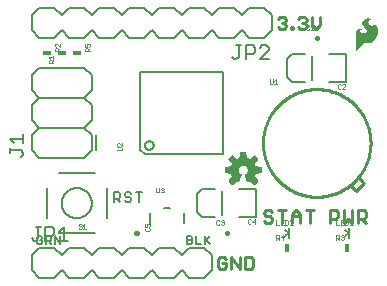
<source format=gbr>
G04 EAGLE Gerber RS-274X export*
G75*
%MOMM*%
%FSLAX34Y34*%
%LPD*%
%INSilkscreen Top*%
%IPPOS*%
%AMOC8*
5,1,8,0,0,1.08239X$1,22.5*%
G01*
%ADD10C,0.228600*%
%ADD11C,0.177800*%
%ADD12C,0.152400*%
%ADD13C,0.254000*%
%ADD14C,0.025400*%
%ADD15C,0.203200*%
%ADD16C,0.127000*%
%ADD17C,0.406400*%
%ADD18R,0.406400X0.711200*%
%ADD19R,0.711200X0.406400*%

G36*
X188390Y78886D02*
X188390Y78886D01*
X188498Y78896D01*
X188511Y78902D01*
X188525Y78904D01*
X188622Y78952D01*
X188721Y78997D01*
X188734Y79008D01*
X188743Y79012D01*
X188758Y79028D01*
X188835Y79090D01*
X191420Y81675D01*
X191483Y81764D01*
X191549Y81849D01*
X191554Y81862D01*
X191562Y81874D01*
X191593Y81977D01*
X191629Y82080D01*
X191629Y82094D01*
X191633Y82107D01*
X191629Y82215D01*
X191630Y82324D01*
X191625Y82337D01*
X191625Y82351D01*
X191587Y82453D01*
X191552Y82555D01*
X191543Y82570D01*
X191539Y82579D01*
X191525Y82596D01*
X191471Y82678D01*
X188707Y86068D01*
X189264Y87150D01*
X189270Y87170D01*
X189312Y87265D01*
X189683Y88424D01*
X194034Y88867D01*
X194138Y88895D01*
X194244Y88920D01*
X194256Y88927D01*
X194269Y88930D01*
X194359Y88991D01*
X194452Y89048D01*
X194460Y89059D01*
X194472Y89067D01*
X194538Y89153D01*
X194607Y89237D01*
X194611Y89250D01*
X194620Y89261D01*
X194654Y89364D01*
X194693Y89465D01*
X194694Y89483D01*
X194698Y89492D01*
X194698Y89514D01*
X194707Y89612D01*
X194707Y93268D01*
X194690Y93375D01*
X194676Y93483D01*
X194670Y93495D01*
X194668Y93509D01*
X194616Y93605D01*
X194569Y93702D01*
X194559Y93712D01*
X194553Y93724D01*
X194473Y93798D01*
X194397Y93875D01*
X194385Y93881D01*
X194375Y93891D01*
X194276Y93936D01*
X194179Y93984D01*
X194161Y93988D01*
X194152Y93992D01*
X194131Y93994D01*
X194034Y94013D01*
X189683Y94456D01*
X189312Y95615D01*
X189303Y95632D01*
X189301Y95640D01*
X189297Y95647D01*
X189264Y95730D01*
X188707Y96812D01*
X191471Y100202D01*
X191525Y100296D01*
X191582Y100388D01*
X191585Y100401D01*
X191592Y100413D01*
X191613Y100520D01*
X191638Y100625D01*
X191636Y100639D01*
X191639Y100653D01*
X191624Y100760D01*
X191614Y100868D01*
X191608Y100881D01*
X191606Y100895D01*
X191558Y100992D01*
X191513Y101091D01*
X191502Y101104D01*
X191498Y101113D01*
X191482Y101128D01*
X191420Y101205D01*
X188835Y103790D01*
X188746Y103853D01*
X188661Y103919D01*
X188648Y103924D01*
X188636Y103932D01*
X188533Y103963D01*
X188430Y103999D01*
X188416Y103999D01*
X188403Y104003D01*
X188295Y103999D01*
X188186Y104000D01*
X188173Y103995D01*
X188159Y103995D01*
X188057Y103957D01*
X187955Y103922D01*
X187940Y103913D01*
X187931Y103909D01*
X187914Y103895D01*
X187832Y103841D01*
X184442Y101077D01*
X183360Y101634D01*
X183340Y101640D01*
X183245Y101682D01*
X182086Y102053D01*
X181643Y106404D01*
X181615Y106508D01*
X181590Y106614D01*
X181583Y106626D01*
X181580Y106639D01*
X181519Y106729D01*
X181462Y106822D01*
X181451Y106830D01*
X181443Y106842D01*
X181357Y106908D01*
X181273Y106977D01*
X181260Y106981D01*
X181249Y106990D01*
X181146Y107024D01*
X181045Y107063D01*
X181027Y107064D01*
X181018Y107068D01*
X180996Y107068D01*
X180898Y107077D01*
X177242Y107077D01*
X177135Y107060D01*
X177027Y107046D01*
X177015Y107040D01*
X177001Y107038D01*
X176905Y106986D01*
X176808Y106939D01*
X176798Y106929D01*
X176786Y106923D01*
X176712Y106843D01*
X176635Y106767D01*
X176629Y106755D01*
X176619Y106745D01*
X176574Y106646D01*
X176526Y106549D01*
X176522Y106531D01*
X176518Y106522D01*
X176516Y106501D01*
X176497Y106404D01*
X176054Y102053D01*
X174895Y101682D01*
X174877Y101672D01*
X174780Y101634D01*
X173698Y101077D01*
X170308Y103841D01*
X170214Y103895D01*
X170122Y103952D01*
X170109Y103955D01*
X170097Y103962D01*
X169990Y103983D01*
X169885Y104008D01*
X169871Y104006D01*
X169857Y104009D01*
X169750Y103994D01*
X169642Y103984D01*
X169629Y103978D01*
X169616Y103976D01*
X169518Y103928D01*
X169419Y103883D01*
X169406Y103872D01*
X169397Y103868D01*
X169382Y103852D01*
X169305Y103790D01*
X166720Y101205D01*
X166657Y101116D01*
X166591Y101031D01*
X166586Y101018D01*
X166578Y101006D01*
X166547Y100903D01*
X166511Y100800D01*
X166511Y100786D01*
X166507Y100773D01*
X166511Y100665D01*
X166510Y100556D01*
X166515Y100543D01*
X166515Y100529D01*
X166553Y100427D01*
X166588Y100325D01*
X166597Y100310D01*
X166601Y100301D01*
X166615Y100284D01*
X166669Y100202D01*
X169433Y96812D01*
X168876Y95730D01*
X168870Y95710D01*
X168828Y95615D01*
X168457Y94456D01*
X164106Y94013D01*
X164002Y93985D01*
X163896Y93960D01*
X163884Y93953D01*
X163871Y93950D01*
X163781Y93889D01*
X163688Y93832D01*
X163680Y93821D01*
X163668Y93813D01*
X163602Y93727D01*
X163534Y93643D01*
X163529Y93630D01*
X163520Y93619D01*
X163486Y93516D01*
X163447Y93415D01*
X163446Y93397D01*
X163442Y93388D01*
X163443Y93366D01*
X163433Y93268D01*
X163433Y89612D01*
X163450Y89505D01*
X163464Y89397D01*
X163470Y89385D01*
X163472Y89371D01*
X163524Y89275D01*
X163571Y89178D01*
X163581Y89168D01*
X163587Y89156D01*
X163667Y89082D01*
X163743Y89005D01*
X163755Y88999D01*
X163766Y88989D01*
X163864Y88944D01*
X163961Y88896D01*
X163979Y88892D01*
X163988Y88888D01*
X164009Y88886D01*
X164106Y88867D01*
X168457Y88424D01*
X168828Y87265D01*
X168838Y87247D01*
X168876Y87150D01*
X169433Y86068D01*
X166669Y82678D01*
X166615Y82584D01*
X166558Y82492D01*
X166555Y82479D01*
X166548Y82467D01*
X166527Y82360D01*
X166502Y82255D01*
X166504Y82241D01*
X166501Y82227D01*
X166516Y82120D01*
X166526Y82012D01*
X166532Y81999D01*
X166534Y81986D01*
X166582Y81888D01*
X166627Y81789D01*
X166638Y81776D01*
X166642Y81767D01*
X166658Y81752D01*
X166720Y81675D01*
X169305Y79090D01*
X169394Y79027D01*
X169479Y78961D01*
X169492Y78956D01*
X169504Y78948D01*
X169607Y78917D01*
X169710Y78881D01*
X169724Y78881D01*
X169737Y78877D01*
X169845Y78881D01*
X169954Y78880D01*
X169967Y78885D01*
X169981Y78885D01*
X170083Y78923D01*
X170185Y78958D01*
X170200Y78967D01*
X170209Y78971D01*
X170226Y78985D01*
X170308Y79039D01*
X173698Y81803D01*
X174780Y81246D01*
X174833Y81229D01*
X174882Y81203D01*
X174948Y81192D01*
X175012Y81171D01*
X175068Y81172D01*
X175122Y81163D01*
X175189Y81174D01*
X175256Y81175D01*
X175308Y81193D01*
X175363Y81202D01*
X175423Y81234D01*
X175486Y81257D01*
X175529Y81291D01*
X175579Y81317D01*
X175625Y81366D01*
X175677Y81408D01*
X175708Y81455D01*
X175746Y81495D01*
X175802Y81600D01*
X175810Y81613D01*
X175811Y81618D01*
X175815Y81625D01*
X177968Y86822D01*
X177988Y86906D01*
X177993Y86918D01*
X177995Y86934D01*
X178020Y87020D01*
X178019Y87040D01*
X178024Y87060D01*
X178016Y87142D01*
X178017Y87161D01*
X178013Y87181D01*
X178009Y87264D01*
X178002Y87283D01*
X178000Y87303D01*
X177968Y87372D01*
X177962Y87399D01*
X177947Y87423D01*
X177920Y87492D01*
X177907Y87507D01*
X177899Y87525D01*
X177854Y87574D01*
X177834Y87606D01*
X177802Y87632D01*
X177763Y87678D01*
X177742Y87693D01*
X177732Y87703D01*
X177711Y87715D01*
X177648Y87759D01*
X177645Y87761D01*
X177644Y87761D01*
X177642Y87763D01*
X176758Y88258D01*
X176079Y88885D01*
X175565Y89654D01*
X175245Y90522D01*
X175137Y91439D01*
X175250Y92374D01*
X175581Y93255D01*
X176113Y94032D01*
X176814Y94661D01*
X177644Y95104D01*
X178556Y95338D01*
X179498Y95348D01*
X180414Y95134D01*
X181254Y94709D01*
X181968Y94096D01*
X182517Y93331D01*
X182868Y92457D01*
X183001Y91525D01*
X182909Y90588D01*
X182597Y89700D01*
X182082Y88912D01*
X181395Y88268D01*
X180496Y87762D01*
X180456Y87729D01*
X180414Y87707D01*
X180383Y87674D01*
X180335Y87639D01*
X180322Y87622D01*
X180306Y87609D01*
X180271Y87555D01*
X180247Y87529D01*
X180234Y87498D01*
X180192Y87441D01*
X180186Y87421D01*
X180175Y87403D01*
X180157Y87330D01*
X180147Y87307D01*
X180144Y87283D01*
X180121Y87208D01*
X180122Y87187D01*
X180117Y87166D01*
X180124Y87082D01*
X180123Y87064D01*
X180126Y87048D01*
X180129Y86964D01*
X180137Y86938D01*
X180138Y86923D01*
X180148Y86901D01*
X180172Y86822D01*
X180480Y86077D01*
X180481Y86077D01*
X180791Y85328D01*
X181101Y84579D01*
X181101Y84578D01*
X181412Y83830D01*
X181412Y83829D01*
X181722Y83080D01*
X182032Y82331D01*
X182033Y82331D01*
X182325Y81625D01*
X182354Y81578D01*
X182375Y81526D01*
X182418Y81475D01*
X182454Y81418D01*
X182497Y81383D01*
X182533Y81340D01*
X182590Y81306D01*
X182642Y81263D01*
X182694Y81244D01*
X182742Y81215D01*
X182808Y81201D01*
X182871Y81177D01*
X182926Y81175D01*
X182980Y81164D01*
X183047Y81171D01*
X183114Y81169D01*
X183168Y81185D01*
X183223Y81192D01*
X183334Y81236D01*
X183348Y81240D01*
X183352Y81243D01*
X183360Y81246D01*
X184442Y81803D01*
X187832Y79039D01*
X187926Y78985D01*
X188018Y78928D01*
X188031Y78925D01*
X188043Y78918D01*
X188150Y78897D01*
X188255Y78872D01*
X188269Y78874D01*
X188283Y78871D01*
X188390Y78886D01*
G37*
G36*
X274330Y191671D02*
X274330Y191671D01*
X274334Y191669D01*
X274404Y191705D01*
X274414Y191710D01*
X274415Y191711D01*
X279287Y197193D01*
X280141Y197975D01*
X281131Y198564D01*
X281482Y198691D01*
X281850Y198756D01*
X284125Y198756D01*
X284130Y198758D01*
X284136Y198756D01*
X285500Y198880D01*
X285510Y198886D01*
X285522Y198884D01*
X286841Y199252D01*
X286849Y199260D01*
X286862Y199261D01*
X288092Y199861D01*
X288099Y199868D01*
X288110Y199871D01*
X289267Y200688D01*
X289272Y200696D01*
X289281Y200699D01*
X290312Y201671D01*
X290315Y201679D01*
X290321Y201681D01*
X290322Y201683D01*
X290324Y201684D01*
X291209Y202791D01*
X291211Y202801D01*
X291220Y202808D01*
X292167Y204489D01*
X292168Y204500D01*
X292176Y204510D01*
X292804Y206334D01*
X292803Y206345D01*
X292810Y206356D01*
X293098Y208263D01*
X293095Y208274D01*
X293100Y208286D01*
X293098Y208338D01*
X293090Y208590D01*
X293086Y208716D01*
X293086Y208717D01*
X293078Y208969D01*
X293070Y209222D01*
X293066Y209348D01*
X293058Y209600D01*
X293047Y209979D01*
X293039Y210214D01*
X293035Y210223D01*
X293037Y210235D01*
X292830Y211274D01*
X292825Y211282D01*
X292825Y211293D01*
X292467Y212290D01*
X292461Y212297D01*
X292460Y212308D01*
X291958Y213242D01*
X291949Y213249D01*
X291946Y213261D01*
X291039Y214398D01*
X291028Y214404D01*
X291021Y214417D01*
X289895Y215338D01*
X289852Y215350D01*
X289811Y215366D01*
X289806Y215364D01*
X289800Y215365D01*
X289762Y215344D01*
X289722Y215325D01*
X289719Y215319D01*
X289715Y215317D01*
X289707Y215288D01*
X289689Y215240D01*
X289689Y214360D01*
X289673Y214240D01*
X289629Y214137D01*
X289355Y213797D01*
X288994Y213549D01*
X288820Y213484D01*
X288282Y213426D01*
X287752Y213524D01*
X287264Y213773D01*
X286362Y214424D01*
X285950Y214778D01*
X285599Y215188D01*
X285316Y215646D01*
X285110Y216140D01*
X285051Y216440D01*
X285063Y216743D01*
X285220Y217262D01*
X285506Y217722D01*
X285901Y218092D01*
X286382Y218347D01*
X286872Y218486D01*
X287383Y218543D01*
X287986Y218543D01*
X287987Y218543D01*
X288009Y218552D01*
X288077Y218581D01*
X288112Y218673D01*
X288108Y218682D01*
X288074Y218758D01*
X288072Y218761D01*
X288071Y218762D01*
X288070Y218763D01*
X288049Y218783D01*
X288042Y218786D01*
X288038Y218794D01*
X287603Y219132D01*
X287588Y219136D01*
X287576Y219148D01*
X287072Y219369D01*
X287071Y219369D01*
X286715Y219521D01*
X286487Y219622D01*
X286477Y219623D01*
X286467Y219629D01*
X285589Y219849D01*
X285580Y219848D01*
X285570Y219852D01*
X284670Y219938D01*
X284660Y219934D01*
X284648Y219938D01*
X283780Y219872D01*
X283769Y219866D01*
X283756Y219867D01*
X282916Y219636D01*
X282906Y219628D01*
X282893Y219627D01*
X282113Y219239D01*
X282106Y219231D01*
X282095Y219228D01*
X281318Y218668D01*
X281314Y218661D01*
X281305Y218657D01*
X280609Y217999D01*
X280604Y217988D01*
X280593Y217980D01*
X280162Y217377D01*
X280159Y217362D01*
X280147Y217349D01*
X279880Y216657D01*
X279880Y216641D01*
X279872Y216626D01*
X279785Y215889D01*
X279790Y215874D01*
X279786Y215857D01*
X279885Y215122D01*
X279893Y215109D01*
X279893Y215092D01*
X280173Y214404D01*
X280182Y214395D01*
X280185Y214381D01*
X281372Y212623D01*
X281380Y212618D01*
X281384Y212607D01*
X282837Y211066D01*
X283207Y210631D01*
X283447Y210128D01*
X283549Y209580D01*
X283506Y209024D01*
X283320Y208499D01*
X283005Y208039D01*
X282580Y207674D01*
X282037Y207381D01*
X281451Y207183D01*
X280841Y207086D01*
X280130Y207121D01*
X279452Y207328D01*
X278846Y207693D01*
X278533Y208021D01*
X278327Y208425D01*
X278234Y208841D01*
X278234Y209269D01*
X278327Y209684D01*
X278399Y209822D01*
X278517Y209936D01*
X279341Y210535D01*
X279474Y210606D01*
X279612Y210634D01*
X279770Y210618D01*
X279813Y210632D01*
X279858Y210643D01*
X279860Y210647D01*
X279864Y210648D01*
X279884Y210689D01*
X279907Y210728D01*
X279906Y210732D01*
X279908Y210736D01*
X279893Y210779D01*
X279880Y210823D01*
X279877Y210825D01*
X279876Y210829D01*
X279838Y210848D01*
X279802Y210869D01*
X279319Y210945D01*
X279314Y210944D01*
X279309Y210946D01*
X278369Y211019D01*
X278360Y211016D01*
X278349Y211019D01*
X277409Y210946D01*
X277399Y210941D01*
X277387Y210942D01*
X276688Y210758D01*
X276678Y210750D01*
X276664Y210749D01*
X276016Y210428D01*
X276008Y210419D01*
X275994Y210415D01*
X275424Y209970D01*
X275418Y209959D01*
X275406Y209953D01*
X274936Y209403D01*
X274932Y209391D01*
X274921Y209382D01*
X274520Y208650D01*
X274519Y208637D01*
X274510Y208626D01*
X274270Y207827D01*
X274271Y207814D01*
X274265Y207801D01*
X274195Y206970D01*
X274197Y206964D01*
X274195Y206959D01*
X274195Y191795D01*
X274197Y191790D01*
X274195Y191786D01*
X274216Y191746D01*
X274233Y191704D01*
X274238Y191703D01*
X274240Y191698D01*
X274283Y191685D01*
X274325Y191669D01*
X274330Y191671D01*
G37*
D10*
X252603Y46863D02*
X252603Y57286D01*
X257814Y57286D01*
X259552Y55549D01*
X259552Y52074D01*
X257814Y50337D01*
X252603Y50337D01*
X264297Y46863D02*
X264297Y57286D01*
X267771Y50337D02*
X264297Y46863D01*
X267771Y50337D02*
X271246Y46863D01*
X271246Y57286D01*
X275991Y57286D02*
X275991Y46863D01*
X275991Y57286D02*
X281202Y57286D01*
X282940Y55549D01*
X282940Y52074D01*
X281202Y50337D01*
X275991Y50337D01*
X279465Y50337D02*
X282940Y46863D01*
X203672Y55549D02*
X201934Y57286D01*
X198460Y57286D01*
X196723Y55549D01*
X196723Y53812D01*
X198460Y52074D01*
X201934Y52074D01*
X203672Y50337D01*
X203672Y48600D01*
X201934Y46863D01*
X198460Y46863D01*
X196723Y48600D01*
X211891Y46863D02*
X211891Y57286D01*
X208417Y57286D02*
X215366Y57286D01*
X220111Y53812D02*
X220111Y46863D01*
X220111Y53812D02*
X223585Y57286D01*
X227060Y53812D01*
X227060Y46863D01*
X227060Y52074D02*
X220111Y52074D01*
X235279Y46863D02*
X235279Y57286D01*
X231805Y57286D02*
X238754Y57286D01*
X208153Y219379D02*
X209890Y221116D01*
X213364Y221116D01*
X215102Y219379D01*
X215102Y217642D01*
X213364Y215904D01*
X211627Y215904D01*
X213364Y215904D02*
X215102Y214167D01*
X215102Y212430D01*
X213364Y210693D01*
X209890Y210693D01*
X208153Y212430D01*
X219847Y212430D02*
X219847Y210693D01*
X219847Y212430D02*
X221584Y212430D01*
X221584Y210693D01*
X219847Y210693D01*
X225694Y219379D02*
X227431Y221116D01*
X230905Y221116D01*
X232643Y219379D01*
X232643Y217642D01*
X230905Y215904D01*
X229168Y215904D01*
X230905Y215904D02*
X232643Y214167D01*
X232643Y212430D01*
X230905Y210693D01*
X227431Y210693D01*
X225694Y212430D01*
X237388Y214167D02*
X237388Y221116D01*
X237388Y214167D02*
X240862Y210693D01*
X244337Y214167D01*
X244337Y221116D01*
X162564Y17916D02*
X164302Y16179D01*
X162564Y17916D02*
X159090Y17916D01*
X157353Y16179D01*
X157353Y9230D01*
X159090Y7493D01*
X162564Y7493D01*
X164302Y9230D01*
X164302Y12704D01*
X160827Y12704D01*
X169047Y7493D02*
X169047Y17916D01*
X175996Y7493D01*
X175996Y17916D01*
X180741Y17916D02*
X180741Y7493D01*
X185952Y7493D01*
X187690Y9230D01*
X187690Y16179D01*
X185952Y17916D01*
X180741Y17916D01*
D11*
X69469Y64389D02*
X69469Y72778D01*
X73664Y72778D01*
X75062Y71380D01*
X75062Y68584D01*
X73664Y67185D01*
X69469Y67185D01*
X72265Y67185D02*
X75062Y64389D01*
X83019Y72778D02*
X84417Y71380D01*
X83019Y72778D02*
X80222Y72778D01*
X78824Y71380D01*
X78824Y69982D01*
X80222Y68584D01*
X83019Y68584D01*
X84417Y67185D01*
X84417Y65787D01*
X83019Y64389D01*
X80222Y64389D01*
X78824Y65787D01*
X90976Y64389D02*
X90976Y72778D01*
X93772Y72778D02*
X88179Y72778D01*
D12*
X8978Y34210D02*
X7877Y35312D01*
X5674Y35312D01*
X4572Y34210D01*
X4572Y29804D01*
X5674Y28702D01*
X7877Y28702D01*
X8978Y29804D01*
X8978Y32007D01*
X6775Y32007D01*
X12056Y28702D02*
X12056Y35312D01*
X15361Y35312D01*
X16463Y34210D01*
X16463Y32007D01*
X15361Y30905D01*
X12056Y30905D01*
X14259Y30905D02*
X16463Y28702D01*
X19540Y28702D02*
X19540Y35312D01*
X23947Y28702D01*
X23947Y35312D01*
X131572Y35312D02*
X131572Y28702D01*
X131572Y35312D02*
X134877Y35312D01*
X135978Y34210D01*
X135978Y33108D01*
X134877Y32007D01*
X135978Y30905D01*
X135978Y29804D01*
X134877Y28702D01*
X131572Y28702D01*
X131572Y32007D02*
X134877Y32007D01*
X139056Y35312D02*
X139056Y28702D01*
X143463Y28702D01*
X146540Y28702D02*
X146540Y35312D01*
X146540Y30905D02*
X150947Y35312D01*
X147642Y32007D02*
X150947Y28702D01*
D13*
X276507Y85163D02*
X280749Y80922D01*
X274032Y74204D02*
X269789Y78447D01*
X274385Y73851D02*
X281103Y80568D01*
X195757Y114300D02*
X195771Y115418D01*
X195812Y116535D01*
X195880Y117650D01*
X195976Y118764D01*
X196100Y119875D01*
X196250Y120983D01*
X196428Y122086D01*
X196632Y123185D01*
X196864Y124279D01*
X197122Y125366D01*
X197407Y126447D01*
X197718Y127520D01*
X198056Y128586D01*
X198419Y129643D01*
X198809Y130691D01*
X199224Y131729D01*
X199664Y132756D01*
X200130Y133772D01*
X200620Y134777D01*
X201135Y135769D01*
X201674Y136748D01*
X202236Y137714D01*
X202823Y138665D01*
X203432Y139602D01*
X204065Y140524D01*
X204720Y141430D01*
X205396Y142319D01*
X206095Y143192D01*
X206814Y144047D01*
X207555Y144885D01*
X208316Y145704D01*
X209096Y146504D01*
X209896Y147284D01*
X210715Y148045D01*
X211553Y148786D01*
X212408Y149505D01*
X213281Y150204D01*
X214170Y150880D01*
X215076Y151535D01*
X215998Y152168D01*
X216935Y152777D01*
X217886Y153364D01*
X218852Y153926D01*
X219831Y154465D01*
X220823Y154980D01*
X221828Y155470D01*
X222844Y155936D01*
X223871Y156376D01*
X224909Y156791D01*
X225957Y157181D01*
X227014Y157544D01*
X228080Y157882D01*
X229153Y158193D01*
X230234Y158478D01*
X231321Y158736D01*
X232415Y158968D01*
X233514Y159172D01*
X234617Y159350D01*
X235725Y159500D01*
X236836Y159624D01*
X237950Y159720D01*
X239065Y159788D01*
X240182Y159829D01*
X241300Y159843D01*
X242418Y159829D01*
X243535Y159788D01*
X244650Y159720D01*
X245764Y159624D01*
X246875Y159500D01*
X247983Y159350D01*
X249086Y159172D01*
X250185Y158968D01*
X251279Y158736D01*
X252366Y158478D01*
X253447Y158193D01*
X254520Y157882D01*
X255586Y157544D01*
X256643Y157181D01*
X257691Y156791D01*
X258729Y156376D01*
X259756Y155936D01*
X260772Y155470D01*
X261777Y154980D01*
X262769Y154465D01*
X263748Y153926D01*
X264714Y153364D01*
X265665Y152777D01*
X266602Y152168D01*
X267524Y151535D01*
X268430Y150880D01*
X269319Y150204D01*
X270192Y149505D01*
X271047Y148786D01*
X271885Y148045D01*
X272704Y147284D01*
X273504Y146504D01*
X274284Y145704D01*
X275045Y144885D01*
X275786Y144047D01*
X276505Y143192D01*
X277204Y142319D01*
X277880Y141430D01*
X278535Y140524D01*
X279168Y139602D01*
X279777Y138665D01*
X280364Y137714D01*
X280926Y136748D01*
X281465Y135769D01*
X281980Y134777D01*
X282470Y133772D01*
X282936Y132756D01*
X283376Y131729D01*
X283791Y130691D01*
X284181Y129643D01*
X284544Y128586D01*
X284882Y127520D01*
X285193Y126447D01*
X285478Y125366D01*
X285736Y124279D01*
X285968Y123185D01*
X286172Y122086D01*
X286350Y120983D01*
X286500Y119875D01*
X286624Y118764D01*
X286720Y117650D01*
X286788Y116535D01*
X286829Y115418D01*
X286843Y114300D01*
X286829Y113182D01*
X286788Y112065D01*
X286720Y110950D01*
X286624Y109836D01*
X286500Y108725D01*
X286350Y107617D01*
X286172Y106514D01*
X285968Y105415D01*
X285736Y104321D01*
X285478Y103234D01*
X285193Y102153D01*
X284882Y101080D01*
X284544Y100014D01*
X284181Y98957D01*
X283791Y97909D01*
X283376Y96871D01*
X282936Y95844D01*
X282470Y94828D01*
X281980Y93823D01*
X281465Y92831D01*
X280926Y91852D01*
X280364Y90886D01*
X279777Y89935D01*
X279168Y88998D01*
X278535Y88076D01*
X277880Y87170D01*
X277204Y86281D01*
X276505Y85408D01*
X275786Y84553D01*
X275045Y83715D01*
X274284Y82896D01*
X273504Y82096D01*
X272704Y81316D01*
X271885Y80555D01*
X271047Y79814D01*
X270192Y79095D01*
X269319Y78396D01*
X268430Y77720D01*
X267524Y77065D01*
X266602Y76432D01*
X265665Y75823D01*
X264714Y75236D01*
X263748Y74674D01*
X262769Y74135D01*
X261777Y73620D01*
X260772Y73130D01*
X259756Y72664D01*
X258729Y72224D01*
X257691Y71809D01*
X256643Y71419D01*
X255586Y71056D01*
X254520Y70718D01*
X253447Y70407D01*
X252366Y70122D01*
X251279Y69864D01*
X250185Y69632D01*
X249086Y69428D01*
X247983Y69250D01*
X246875Y69100D01*
X245764Y68976D01*
X244650Y68880D01*
X243535Y68812D01*
X242418Y68771D01*
X241300Y68757D01*
X240182Y68771D01*
X239065Y68812D01*
X237950Y68880D01*
X236836Y68976D01*
X235725Y69100D01*
X234617Y69250D01*
X233514Y69428D01*
X232415Y69632D01*
X231321Y69864D01*
X230234Y70122D01*
X229153Y70407D01*
X228080Y70718D01*
X227014Y71056D01*
X225957Y71419D01*
X224909Y71809D01*
X223871Y72224D01*
X222844Y72664D01*
X221828Y73130D01*
X220823Y73620D01*
X219831Y74135D01*
X218852Y74674D01*
X217886Y75236D01*
X216935Y75823D01*
X215998Y76432D01*
X215076Y77065D01*
X214170Y77720D01*
X213281Y78396D01*
X212408Y79095D01*
X211553Y79814D01*
X210715Y80555D01*
X209896Y81316D01*
X209096Y82096D01*
X208316Y82896D01*
X207555Y83715D01*
X206814Y84553D01*
X206095Y85408D01*
X205396Y86281D01*
X204720Y87170D01*
X204065Y88076D01*
X203432Y88998D01*
X202823Y89935D01*
X202236Y90886D01*
X201674Y91852D01*
X201135Y92831D01*
X200620Y93823D01*
X200130Y94828D01*
X199664Y95844D01*
X199224Y96871D01*
X198809Y97909D01*
X198419Y98957D01*
X198056Y100014D01*
X197718Y101080D01*
X197407Y102153D01*
X197122Y103234D01*
X196864Y104321D01*
X196632Y105415D01*
X196428Y106514D01*
X196250Y107617D01*
X196100Y108725D01*
X195976Y109836D01*
X195880Y110950D01*
X195812Y112065D01*
X195771Y113182D01*
X195757Y114300D01*
D14*
X201427Y165063D02*
X201427Y168240D01*
X201427Y165063D02*
X202063Y164427D01*
X203334Y164427D01*
X203969Y165063D01*
X203969Y168240D01*
X205169Y166969D02*
X206440Y168240D01*
X206440Y164427D01*
X205169Y164427D02*
X207711Y164427D01*
D15*
X50800Y107950D02*
X44450Y101600D01*
X50800Y120650D02*
X44450Y127000D01*
X50800Y133350D01*
X50800Y146050D02*
X44450Y152400D01*
X50800Y158750D01*
X50800Y171450D02*
X44450Y177800D01*
X44450Y101600D02*
X6350Y101600D01*
X0Y107950D01*
X0Y120650D01*
X6350Y127000D01*
X0Y133350D01*
X0Y146050D01*
X6350Y152400D01*
X0Y158750D01*
X0Y171450D01*
X6350Y177800D01*
X6350Y127000D02*
X44450Y127000D01*
X44450Y152400D02*
X6350Y152400D01*
X6350Y177800D02*
X44450Y177800D01*
X50800Y171450D02*
X50800Y158750D01*
X50800Y146050D02*
X50800Y133350D01*
X50800Y120650D02*
X50800Y107950D01*
X54150Y107950D02*
X54150Y120650D01*
D16*
X-6985Y104142D02*
X-8892Y102235D01*
X-6985Y104142D02*
X-6985Y106048D01*
X-8892Y107955D01*
X-18425Y107955D01*
X-18425Y106048D02*
X-18425Y109862D01*
X-14612Y113929D02*
X-18425Y117742D01*
X-6985Y117742D01*
X-6985Y113929D02*
X-6985Y121555D01*
D17*
X165100Y38405D02*
X165100Y37795D01*
D14*
X158879Y48390D02*
X158244Y49025D01*
X156973Y49025D01*
X156337Y48390D01*
X156337Y45848D01*
X156973Y45212D01*
X158244Y45212D01*
X158879Y45848D01*
X160079Y48390D02*
X160715Y49025D01*
X161986Y49025D01*
X162621Y48390D01*
X162621Y47754D01*
X161986Y47119D01*
X161350Y47119D01*
X161986Y47119D02*
X162621Y46483D01*
X162621Y45848D01*
X161986Y45212D01*
X160715Y45212D01*
X160079Y45848D01*
D15*
X175100Y75500D02*
X190100Y75500D01*
X190100Y51500D01*
X175100Y51500D01*
X155100Y75500D02*
X144100Y75500D01*
X140100Y71500D01*
X140100Y55500D01*
X144100Y51500D01*
X155100Y51500D01*
D16*
X161290Y53340D02*
X161290Y73660D01*
D14*
X185049Y49566D02*
X185685Y48931D01*
X185049Y49566D02*
X183778Y49566D01*
X183143Y48931D01*
X183143Y46389D01*
X183778Y45753D01*
X185049Y45753D01*
X185685Y46389D01*
X188792Y45753D02*
X188792Y49566D01*
X186885Y47660D01*
X189427Y47660D01*
D15*
X268400Y38100D02*
X268400Y33500D01*
X268400Y38100D02*
X268400Y42700D01*
X268400Y38100D02*
X265300Y35762D01*
X268246Y38354D02*
X265300Y40284D01*
D14*
X257937Y45212D02*
X257937Y49025D01*
X257937Y45212D02*
X260479Y45212D01*
X261679Y49025D02*
X264221Y49025D01*
X261679Y49025D02*
X261679Y45212D01*
X264221Y45212D01*
X262950Y47119D02*
X261679Y47119D01*
X265421Y49025D02*
X265421Y45212D01*
X267328Y45212D01*
X267963Y45848D01*
X267963Y48390D01*
X267328Y49025D01*
X265421Y49025D01*
X269163Y47754D02*
X270434Y49025D01*
X270434Y45212D01*
X269163Y45212D02*
X271705Y45212D01*
D18*
X266700Y25400D03*
D14*
X257937Y32512D02*
X257937Y36325D01*
X259844Y36325D01*
X260479Y35690D01*
X260479Y34419D01*
X259844Y33783D01*
X257937Y33783D01*
X259208Y33783D02*
X260479Y32512D01*
X261679Y35690D02*
X262315Y36325D01*
X263586Y36325D01*
X264221Y35690D01*
X264221Y35054D01*
X263586Y34419D01*
X262950Y34419D01*
X263586Y34419D02*
X264221Y33783D01*
X264221Y33148D01*
X263586Y32512D01*
X262315Y32512D01*
X261679Y33148D01*
D15*
X217600Y33500D02*
X217600Y38100D01*
X217600Y42700D01*
X217600Y38100D02*
X214500Y35762D01*
X217446Y38354D02*
X214500Y40284D01*
D14*
X207137Y45212D02*
X207137Y49025D01*
X207137Y45212D02*
X209679Y45212D01*
X210879Y49025D02*
X213421Y49025D01*
X210879Y49025D02*
X210879Y45212D01*
X213421Y45212D01*
X212150Y47119D02*
X210879Y47119D01*
X214621Y49025D02*
X214621Y45212D01*
X216528Y45212D01*
X217163Y45848D01*
X217163Y48390D01*
X216528Y49025D01*
X214621Y49025D01*
X218363Y45212D02*
X220905Y45212D01*
X218363Y45212D02*
X220905Y47754D01*
X220905Y48390D01*
X220270Y49025D01*
X218999Y49025D01*
X218363Y48390D01*
D18*
X215900Y25400D03*
D14*
X207137Y32512D02*
X207137Y36325D01*
X209044Y36325D01*
X209679Y35690D01*
X209679Y34419D01*
X209044Y33783D01*
X207137Y33783D01*
X208408Y33783D02*
X209679Y32512D01*
X212786Y32512D02*
X212786Y36325D01*
X210879Y34419D01*
X213421Y34419D01*
D12*
X162050Y174750D02*
X91950Y174750D01*
X162050Y174750D02*
X162050Y104650D01*
X95500Y104650D01*
X91950Y108200D02*
X91950Y174750D01*
X91950Y108200D02*
X95500Y104650D01*
X95976Y112268D02*
X95978Y112387D01*
X95984Y112507D01*
X95994Y112626D01*
X96008Y112744D01*
X96026Y112862D01*
X96047Y112980D01*
X96073Y113096D01*
X96102Y113212D01*
X96136Y113327D01*
X96173Y113440D01*
X96214Y113552D01*
X96258Y113663D01*
X96306Y113773D01*
X96358Y113880D01*
X96413Y113986D01*
X96472Y114090D01*
X96535Y114192D01*
X96600Y114291D01*
X96669Y114389D01*
X96741Y114484D01*
X96816Y114577D01*
X96895Y114667D01*
X96976Y114755D01*
X97060Y114839D01*
X97147Y114921D01*
X97236Y115000D01*
X97328Y115076D01*
X97423Y115149D01*
X97520Y115219D01*
X97619Y115285D01*
X97721Y115348D01*
X97824Y115408D01*
X97929Y115464D01*
X98036Y115517D01*
X98145Y115566D01*
X98256Y115612D01*
X98368Y115653D01*
X98481Y115691D01*
X98595Y115726D01*
X98711Y115756D01*
X98827Y115783D01*
X98944Y115805D01*
X99062Y115824D01*
X99181Y115839D01*
X99300Y115850D01*
X99419Y115857D01*
X99538Y115860D01*
X99658Y115859D01*
X99777Y115854D01*
X99896Y115845D01*
X100015Y115832D01*
X100133Y115815D01*
X100250Y115795D01*
X100367Y115770D01*
X100483Y115741D01*
X100598Y115709D01*
X100712Y115673D01*
X100825Y115633D01*
X100936Y115589D01*
X101045Y115542D01*
X101153Y115491D01*
X101260Y115437D01*
X101364Y115379D01*
X101466Y115317D01*
X101567Y115253D01*
X101665Y115184D01*
X101761Y115113D01*
X101854Y115039D01*
X101945Y114961D01*
X102033Y114881D01*
X102118Y114797D01*
X102201Y114711D01*
X102281Y114622D01*
X102358Y114531D01*
X102431Y114437D01*
X102502Y114340D01*
X102569Y114242D01*
X102633Y114141D01*
X102694Y114038D01*
X102751Y113933D01*
X102804Y113827D01*
X102854Y113718D01*
X102901Y113608D01*
X102943Y113497D01*
X102982Y113384D01*
X103018Y113270D01*
X103049Y113154D01*
X103076Y113038D01*
X103100Y112921D01*
X103120Y112803D01*
X103136Y112685D01*
X103148Y112566D01*
X103156Y112447D01*
X103160Y112328D01*
X103160Y112208D01*
X103156Y112089D01*
X103148Y111970D01*
X103136Y111851D01*
X103120Y111733D01*
X103100Y111615D01*
X103076Y111498D01*
X103049Y111382D01*
X103018Y111266D01*
X102982Y111152D01*
X102943Y111039D01*
X102901Y110928D01*
X102854Y110818D01*
X102804Y110709D01*
X102751Y110603D01*
X102694Y110498D01*
X102633Y110395D01*
X102569Y110294D01*
X102502Y110196D01*
X102431Y110099D01*
X102358Y110005D01*
X102281Y109914D01*
X102201Y109825D01*
X102118Y109739D01*
X102033Y109655D01*
X101945Y109575D01*
X101854Y109497D01*
X101761Y109423D01*
X101665Y109352D01*
X101567Y109283D01*
X101466Y109219D01*
X101364Y109157D01*
X101260Y109099D01*
X101153Y109045D01*
X101045Y108994D01*
X100936Y108947D01*
X100825Y108903D01*
X100712Y108863D01*
X100598Y108827D01*
X100483Y108795D01*
X100367Y108766D01*
X100250Y108741D01*
X100133Y108721D01*
X100015Y108704D01*
X99896Y108691D01*
X99777Y108682D01*
X99658Y108677D01*
X99538Y108676D01*
X99419Y108679D01*
X99300Y108686D01*
X99181Y108697D01*
X99062Y108712D01*
X98944Y108731D01*
X98827Y108753D01*
X98711Y108780D01*
X98595Y108810D01*
X98481Y108845D01*
X98368Y108883D01*
X98256Y108924D01*
X98145Y108970D01*
X98036Y109019D01*
X97929Y109072D01*
X97824Y109128D01*
X97721Y109188D01*
X97619Y109251D01*
X97520Y109317D01*
X97423Y109387D01*
X97328Y109460D01*
X97236Y109536D01*
X97147Y109615D01*
X97060Y109697D01*
X96976Y109781D01*
X96895Y109869D01*
X96816Y109959D01*
X96741Y110052D01*
X96669Y110147D01*
X96600Y110245D01*
X96535Y110344D01*
X96472Y110446D01*
X96413Y110550D01*
X96358Y110656D01*
X96306Y110763D01*
X96258Y110873D01*
X96214Y110984D01*
X96173Y111096D01*
X96136Y111209D01*
X96102Y111324D01*
X96073Y111440D01*
X96047Y111556D01*
X96026Y111674D01*
X96008Y111792D01*
X95994Y111910D01*
X95984Y112029D01*
X95978Y112149D01*
X95976Y112268D01*
D14*
X75437Y108077D02*
X72260Y108077D01*
X75437Y108077D02*
X76073Y108713D01*
X76073Y109984D01*
X75437Y110619D01*
X72260Y110619D01*
X76073Y111819D02*
X76073Y114361D01*
X76073Y111819D02*
X73531Y114361D01*
X72895Y114361D01*
X72260Y113726D01*
X72260Y112455D01*
X72895Y111819D01*
D19*
X25400Y190500D03*
D14*
X18288Y181737D02*
X14475Y181737D01*
X14475Y183644D01*
X15110Y184279D01*
X16381Y184279D01*
X17017Y183644D01*
X17017Y181737D01*
X17017Y183008D02*
X18288Y184279D01*
X15746Y185479D02*
X14475Y186750D01*
X18288Y186750D01*
X18288Y185479D02*
X18288Y188021D01*
D15*
X133350Y25400D02*
X127000Y19050D01*
X133350Y25400D02*
X146050Y25400D01*
X152400Y19050D01*
X152400Y6350D02*
X146050Y0D01*
X133350Y0D01*
X127000Y6350D01*
X95250Y25400D02*
X82550Y25400D01*
X95250Y25400D02*
X101600Y19050D01*
X101600Y6350D02*
X95250Y0D01*
X101600Y19050D02*
X107950Y25400D01*
X120650Y25400D01*
X127000Y19050D01*
X127000Y6350D02*
X120650Y0D01*
X107950Y0D01*
X101600Y6350D01*
X57150Y25400D02*
X50800Y19050D01*
X57150Y25400D02*
X69850Y25400D01*
X76200Y19050D01*
X76200Y6350D02*
X69850Y0D01*
X57150Y0D01*
X50800Y6350D01*
X76200Y19050D02*
X82550Y25400D01*
X76200Y6350D02*
X82550Y0D01*
X95250Y0D01*
X19050Y25400D02*
X6350Y25400D01*
X19050Y25400D02*
X25400Y19050D01*
X25400Y6350D02*
X19050Y0D01*
X25400Y19050D02*
X31750Y25400D01*
X44450Y25400D01*
X50800Y19050D01*
X50800Y6350D02*
X44450Y0D01*
X31750Y0D01*
X25400Y6350D01*
X0Y6350D02*
X0Y19050D01*
X6350Y25400D01*
X0Y6350D02*
X6350Y0D01*
X19050Y0D01*
X152400Y6350D02*
X152400Y19050D01*
D16*
X1780Y31623D02*
X-127Y33530D01*
X1780Y31623D02*
X3686Y31623D01*
X5593Y33530D01*
X5593Y43063D01*
X3686Y43063D02*
X7500Y43063D01*
X11567Y43063D02*
X11567Y31623D01*
X11567Y43063D02*
X17287Y43063D01*
X19193Y41156D01*
X19193Y37343D01*
X17287Y35436D01*
X11567Y35436D01*
X23261Y39250D02*
X27074Y43063D01*
X27074Y31623D01*
X23261Y31623D02*
X30887Y31623D01*
D15*
X128524Y46506D02*
X128524Y55094D01*
X100076Y55094D02*
X100076Y46506D01*
X111616Y58904D02*
X116984Y58904D01*
D14*
X105537Y73153D02*
X105537Y76330D01*
X105537Y73153D02*
X106173Y72517D01*
X107444Y72517D01*
X108079Y73153D01*
X108079Y76330D01*
X109279Y75695D02*
X109915Y76330D01*
X111186Y76330D01*
X111821Y75695D01*
X111821Y75059D01*
X111186Y74424D01*
X110550Y74424D01*
X111186Y74424D02*
X111821Y73788D01*
X111821Y73153D01*
X111186Y72517D01*
X109915Y72517D01*
X109279Y73153D01*
D15*
X63500Y75900D02*
X63500Y50800D01*
X53500Y38100D02*
X22700Y38100D01*
X12700Y51100D02*
X12700Y75900D01*
X22700Y88900D02*
X53500Y88900D01*
X25400Y63500D02*
X25404Y63812D01*
X25415Y64123D01*
X25434Y64434D01*
X25461Y64745D01*
X25496Y65055D01*
X25537Y65363D01*
X25587Y65671D01*
X25644Y65978D01*
X25709Y66283D01*
X25781Y66586D01*
X25860Y66887D01*
X25947Y67187D01*
X26041Y67484D01*
X26142Y67779D01*
X26251Y68071D01*
X26367Y68360D01*
X26490Y68647D01*
X26619Y68930D01*
X26756Y69210D01*
X26900Y69487D01*
X27050Y69760D01*
X27207Y70029D01*
X27370Y70294D01*
X27540Y70556D01*
X27717Y70813D01*
X27899Y71065D01*
X28088Y71313D01*
X28283Y71557D01*
X28483Y71795D01*
X28690Y72029D01*
X28902Y72257D01*
X29120Y72480D01*
X29343Y72698D01*
X29571Y72910D01*
X29805Y73117D01*
X30043Y73317D01*
X30287Y73512D01*
X30535Y73701D01*
X30787Y73883D01*
X31044Y74060D01*
X31306Y74230D01*
X31571Y74393D01*
X31840Y74550D01*
X32113Y74700D01*
X32390Y74844D01*
X32670Y74981D01*
X32953Y75110D01*
X33240Y75233D01*
X33529Y75349D01*
X33821Y75458D01*
X34116Y75559D01*
X34413Y75653D01*
X34713Y75740D01*
X35014Y75819D01*
X35317Y75891D01*
X35622Y75956D01*
X35929Y76013D01*
X36237Y76063D01*
X36545Y76104D01*
X36855Y76139D01*
X37166Y76166D01*
X37477Y76185D01*
X37788Y76196D01*
X38100Y76200D01*
X38412Y76196D01*
X38723Y76185D01*
X39034Y76166D01*
X39345Y76139D01*
X39655Y76104D01*
X39963Y76063D01*
X40271Y76013D01*
X40578Y75956D01*
X40883Y75891D01*
X41186Y75819D01*
X41487Y75740D01*
X41787Y75653D01*
X42084Y75559D01*
X42379Y75458D01*
X42671Y75349D01*
X42960Y75233D01*
X43247Y75110D01*
X43530Y74981D01*
X43810Y74844D01*
X44087Y74700D01*
X44360Y74550D01*
X44629Y74393D01*
X44894Y74230D01*
X45156Y74060D01*
X45413Y73883D01*
X45665Y73701D01*
X45913Y73512D01*
X46157Y73317D01*
X46395Y73117D01*
X46629Y72910D01*
X46857Y72698D01*
X47080Y72480D01*
X47298Y72257D01*
X47510Y72029D01*
X47717Y71795D01*
X47917Y71557D01*
X48112Y71313D01*
X48301Y71065D01*
X48483Y70813D01*
X48660Y70556D01*
X48830Y70294D01*
X48993Y70029D01*
X49150Y69760D01*
X49300Y69487D01*
X49444Y69210D01*
X49581Y68930D01*
X49710Y68647D01*
X49833Y68360D01*
X49949Y68071D01*
X50058Y67779D01*
X50159Y67484D01*
X50253Y67187D01*
X50340Y66887D01*
X50419Y66586D01*
X50491Y66283D01*
X50556Y65978D01*
X50613Y65671D01*
X50663Y65363D01*
X50704Y65055D01*
X50739Y64745D01*
X50766Y64434D01*
X50785Y64123D01*
X50796Y63812D01*
X50800Y63500D01*
X50796Y63188D01*
X50785Y62877D01*
X50766Y62566D01*
X50739Y62255D01*
X50704Y61945D01*
X50663Y61637D01*
X50613Y61329D01*
X50556Y61022D01*
X50491Y60717D01*
X50419Y60414D01*
X50340Y60113D01*
X50253Y59813D01*
X50159Y59516D01*
X50058Y59221D01*
X49949Y58929D01*
X49833Y58640D01*
X49710Y58353D01*
X49581Y58070D01*
X49444Y57790D01*
X49300Y57513D01*
X49150Y57240D01*
X48993Y56971D01*
X48830Y56706D01*
X48660Y56444D01*
X48483Y56187D01*
X48301Y55935D01*
X48112Y55687D01*
X47917Y55443D01*
X47717Y55205D01*
X47510Y54971D01*
X47298Y54743D01*
X47080Y54520D01*
X46857Y54302D01*
X46629Y54090D01*
X46395Y53883D01*
X46157Y53683D01*
X45913Y53488D01*
X45665Y53299D01*
X45413Y53117D01*
X45156Y52940D01*
X44894Y52770D01*
X44629Y52607D01*
X44360Y52450D01*
X44087Y52300D01*
X43810Y52156D01*
X43530Y52019D01*
X43247Y51890D01*
X42960Y51767D01*
X42671Y51651D01*
X42379Y51542D01*
X42084Y51441D01*
X41787Y51347D01*
X41487Y51260D01*
X41186Y51181D01*
X40883Y51109D01*
X40578Y51044D01*
X40271Y50987D01*
X39963Y50937D01*
X39655Y50896D01*
X39345Y50861D01*
X39034Y50834D01*
X38723Y50815D01*
X38412Y50804D01*
X38100Y50800D01*
X37788Y50804D01*
X37477Y50815D01*
X37166Y50834D01*
X36855Y50861D01*
X36545Y50896D01*
X36237Y50937D01*
X35929Y50987D01*
X35622Y51044D01*
X35317Y51109D01*
X35014Y51181D01*
X34713Y51260D01*
X34413Y51347D01*
X34116Y51441D01*
X33821Y51542D01*
X33529Y51651D01*
X33240Y51767D01*
X32953Y51890D01*
X32670Y52019D01*
X32390Y52156D01*
X32113Y52300D01*
X31840Y52450D01*
X31571Y52607D01*
X31306Y52770D01*
X31044Y52940D01*
X30787Y53117D01*
X30535Y53299D01*
X30287Y53488D01*
X30043Y53683D01*
X29805Y53883D01*
X29571Y54090D01*
X29343Y54302D01*
X29120Y54520D01*
X28902Y54743D01*
X28690Y54971D01*
X28483Y55205D01*
X28283Y55443D01*
X28088Y55687D01*
X27899Y55935D01*
X27717Y56187D01*
X27540Y56444D01*
X27370Y56706D01*
X27207Y56971D01*
X27050Y57240D01*
X26900Y57513D01*
X26756Y57790D01*
X26619Y58070D01*
X26490Y58353D01*
X26367Y58640D01*
X26251Y58929D01*
X26142Y59221D01*
X26041Y59516D01*
X25947Y59813D01*
X25860Y60113D01*
X25781Y60414D01*
X25709Y60717D01*
X25644Y61022D01*
X25587Y61329D01*
X25537Y61637D01*
X25496Y61945D01*
X25461Y62255D01*
X25434Y62566D01*
X25415Y62877D01*
X25404Y63188D01*
X25400Y63500D01*
D14*
X41539Y45596D02*
X42175Y44961D01*
X41539Y45596D02*
X40268Y45596D01*
X39633Y44961D01*
X39633Y44325D01*
X40268Y43690D01*
X41539Y43690D01*
X42175Y43054D01*
X42175Y42419D01*
X41539Y41783D01*
X40268Y41783D01*
X39633Y42419D01*
X43375Y44325D02*
X44646Y45596D01*
X44646Y41783D01*
X43375Y41783D02*
X45917Y41783D01*
D17*
X241300Y202895D02*
X241300Y203505D01*
D14*
X235079Y213490D02*
X234444Y214125D01*
X233173Y214125D01*
X232537Y213490D01*
X232537Y210948D01*
X233173Y210312D01*
X234444Y210312D01*
X235079Y210948D01*
X236279Y212854D02*
X237550Y214125D01*
X237550Y210312D01*
X236279Y210312D02*
X238821Y210312D01*
D15*
X251300Y189800D02*
X266300Y189800D01*
X266300Y165800D01*
X251300Y165800D01*
X231300Y189800D02*
X220300Y189800D01*
X216300Y185800D01*
X216300Y169800D01*
X220300Y165800D01*
X231300Y165800D01*
D16*
X237490Y167640D02*
X237490Y187960D01*
D14*
X261249Y163866D02*
X261885Y163231D01*
X261249Y163866D02*
X259978Y163866D01*
X259343Y163231D01*
X259343Y160689D01*
X259978Y160053D01*
X261249Y160053D01*
X261885Y160689D01*
X263085Y160053D02*
X265627Y160053D01*
X263085Y160053D02*
X265627Y162595D01*
X265627Y163231D01*
X264992Y163866D01*
X263720Y163866D01*
X263085Y163231D01*
D15*
X44450Y203200D02*
X31750Y203200D01*
X25400Y209550D01*
X25400Y222250D02*
X31750Y228600D01*
X69850Y203200D02*
X76200Y209550D01*
X69850Y203200D02*
X57150Y203200D01*
X50800Y209550D01*
X50800Y222250D02*
X57150Y228600D01*
X69850Y228600D01*
X76200Y222250D01*
X50800Y209550D02*
X44450Y203200D01*
X50800Y222250D02*
X44450Y228600D01*
X31750Y228600D01*
X107950Y203200D02*
X120650Y203200D01*
X107950Y203200D02*
X101600Y209550D01*
X101600Y222250D02*
X107950Y228600D01*
X101600Y209550D02*
X95250Y203200D01*
X82550Y203200D01*
X76200Y209550D01*
X76200Y222250D02*
X82550Y228600D01*
X95250Y228600D01*
X101600Y222250D01*
X146050Y203200D02*
X152400Y209550D01*
X146050Y203200D02*
X133350Y203200D01*
X127000Y209550D01*
X127000Y222250D02*
X133350Y228600D01*
X146050Y228600D01*
X152400Y222250D01*
X127000Y209550D02*
X120650Y203200D01*
X127000Y222250D02*
X120650Y228600D01*
X107950Y228600D01*
X184150Y203200D02*
X196850Y203200D01*
X184150Y203200D02*
X177800Y209550D01*
X177800Y222250D02*
X184150Y228600D01*
X177800Y209550D02*
X171450Y203200D01*
X158750Y203200D01*
X152400Y209550D01*
X152400Y222250D02*
X158750Y228600D01*
X171450Y228600D01*
X177800Y222250D01*
X203200Y222250D02*
X203200Y209550D01*
X196850Y203200D01*
X203200Y222250D02*
X196850Y228600D01*
X184150Y228600D01*
X19050Y203200D02*
X6350Y203200D01*
X0Y209550D01*
X0Y222250D01*
X6350Y228600D01*
X25400Y209550D02*
X19050Y203200D01*
X25400Y222250D02*
X19050Y228600D01*
X6350Y228600D01*
D16*
X169515Y187454D02*
X171422Y185547D01*
X173328Y185547D01*
X175235Y187454D01*
X175235Y196987D01*
X173328Y196987D02*
X177142Y196987D01*
X181209Y196987D02*
X181209Y185547D01*
X181209Y196987D02*
X186929Y196987D01*
X188836Y195080D01*
X188836Y191267D01*
X186929Y189360D01*
X181209Y189360D01*
X192903Y185547D02*
X200529Y185547D01*
X192903Y185547D02*
X200529Y193174D01*
X200529Y195080D01*
X198623Y196987D01*
X194810Y196987D01*
X192903Y195080D01*
D17*
X89205Y38100D02*
X88595Y38100D01*
D14*
X96009Y41539D02*
X96644Y42175D01*
X96009Y41539D02*
X96009Y40268D01*
X96644Y39633D01*
X99186Y39633D01*
X99822Y40268D01*
X99822Y41539D01*
X99186Y42175D01*
X96009Y43375D02*
X96009Y45917D01*
X96009Y43375D02*
X97915Y43375D01*
X97280Y44646D01*
X97280Y45282D01*
X97915Y45917D01*
X99186Y45917D01*
X99822Y45282D01*
X99822Y44010D01*
X99186Y43375D01*
D19*
X12700Y190500D03*
D14*
X19809Y192033D02*
X23622Y192033D01*
X19809Y192033D02*
X19809Y193939D01*
X20444Y194575D01*
X21715Y194575D01*
X22351Y193939D01*
X22351Y192033D01*
X22351Y193304D02*
X23622Y194575D01*
X23622Y195775D02*
X23622Y198317D01*
X23622Y195775D02*
X21080Y198317D01*
X20444Y198317D01*
X19809Y197682D01*
X19809Y196410D01*
X20444Y195775D01*
D19*
X38100Y190500D03*
D14*
X45209Y192033D02*
X49022Y192033D01*
X45209Y192033D02*
X45209Y193939D01*
X45844Y194575D01*
X47115Y194575D01*
X47751Y193939D01*
X47751Y192033D01*
X47751Y193304D02*
X49022Y194575D01*
X45209Y195775D02*
X45209Y198317D01*
X45209Y195775D02*
X47115Y195775D01*
X46480Y197046D01*
X46480Y197682D01*
X47115Y198317D01*
X48386Y198317D01*
X49022Y197682D01*
X49022Y196410D01*
X48386Y195775D01*
M02*

</source>
